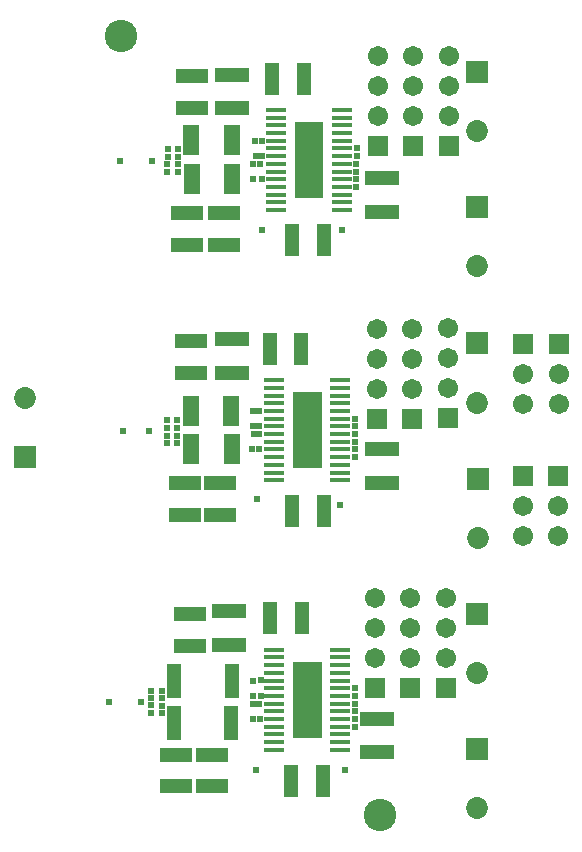
<source format=gts>
G04 Layer_Color=8388736*
%FSLAX25Y25*%
%MOIN*%
G70*
G01*
G75*
%ADD31C,0.02400*%
%ADD37R,0.06850X0.01732*%
%ADD38R,0.05721X0.09855*%
%ADD39R,0.11706X0.05013*%
%ADD40R,0.04973X0.11509*%
%ADD41R,0.05131X0.11036*%
%ADD42R,0.11036X0.05131*%
%ADD43C,0.06706*%
%ADD44R,0.06706X0.06706*%
%ADD45R,0.07296X0.07296*%
%ADD46C,0.07296*%
%ADD47C,0.10800*%
G36*
X429724Y152383D02*
X420276D01*
Y177816D01*
X429724D01*
Y152383D01*
D02*
G37*
G36*
Y242183D02*
X420276D01*
Y267617D01*
X429724D01*
Y242183D01*
D02*
G37*
G36*
X430324Y332283D02*
X420876D01*
Y357716D01*
X430324D01*
Y332283D01*
D02*
G37*
D31*
X440761Y168939D02*
D03*
X440779Y166379D02*
D03*
Y163821D02*
D03*
X440739Y161261D02*
D03*
X440702Y158702D02*
D03*
X440743Y156143D02*
D03*
X407700Y141700D02*
D03*
X437400D02*
D03*
X369500Y164400D02*
D03*
X440939Y258739D02*
D03*
X440979Y256179D02*
D03*
X440920Y253621D02*
D03*
X440861Y251061D02*
D03*
X440798Y248502D02*
D03*
X440843Y245943D02*
D03*
X408100Y232100D02*
D03*
X436000Y230100D02*
D03*
X408820Y256179D02*
D03*
X372300Y254600D02*
D03*
X358800Y164300D02*
D03*
X363400Y254500D02*
D03*
X441439Y348839D02*
D03*
X441379Y346280D02*
D03*
X441280Y343721D02*
D03*
X441261Y341161D02*
D03*
X441298Y338602D02*
D03*
X441343Y336043D02*
D03*
X409700Y321500D02*
D03*
X436500D02*
D03*
X373200Y344600D02*
D03*
X362500D02*
D03*
X409802Y351398D02*
D03*
X409780Y346280D02*
D03*
X409802Y338602D02*
D03*
X409320Y343721D02*
D03*
X378100Y258200D02*
D03*
X381400D02*
D03*
Y255600D02*
D03*
X378100D02*
D03*
X381400Y253100D02*
D03*
X378100D02*
D03*
X381500Y250500D02*
D03*
X378200D02*
D03*
X381800Y348500D02*
D03*
X381900Y346000D02*
D03*
X382000Y343500D02*
D03*
Y340900D02*
D03*
X378400Y348500D02*
D03*
Y346000D02*
D03*
X378300Y343500D02*
D03*
Y340900D02*
D03*
X376500Y167900D02*
D03*
Y165500D02*
D03*
Y163100D02*
D03*
Y160700D02*
D03*
X373000Y167900D02*
D03*
Y165500D02*
D03*
Y163200D02*
D03*
Y160800D02*
D03*
X406902Y171498D02*
D03*
X406820Y166379D02*
D03*
Y163821D02*
D03*
X407602Y351398D02*
D03*
X407721Y346280D02*
D03*
X406802Y338602D02*
D03*
X406779Y343721D02*
D03*
X407000Y158750D02*
D03*
X409300Y158702D02*
D03*
X408920Y253621D02*
D03*
X407080D02*
D03*
X406920Y256179D02*
D03*
X408802Y261298D02*
D03*
X406998D02*
D03*
X408998Y248502D02*
D03*
X409400Y171600D02*
D03*
X409500Y166300D02*
D03*
X408779Y163821D02*
D03*
X406500Y248500D02*
D03*
D37*
X413976Y271534D02*
D03*
Y268975D02*
D03*
Y266416D02*
D03*
Y263857D02*
D03*
Y261298D02*
D03*
Y258739D02*
D03*
Y256179D02*
D03*
Y253621D02*
D03*
Y251061D02*
D03*
Y248502D02*
D03*
Y245943D02*
D03*
Y243384D02*
D03*
Y240825D02*
D03*
Y238266D02*
D03*
X436024D02*
D03*
Y240825D02*
D03*
Y243384D02*
D03*
Y245943D02*
D03*
Y248502D02*
D03*
Y251061D02*
D03*
Y253621D02*
D03*
Y256179D02*
D03*
Y258739D02*
D03*
Y261298D02*
D03*
Y263857D02*
D03*
Y266416D02*
D03*
Y268975D02*
D03*
Y271534D02*
D03*
X414576Y361634D02*
D03*
Y359075D02*
D03*
Y356516D02*
D03*
Y353957D02*
D03*
Y351398D02*
D03*
Y348839D02*
D03*
Y346280D02*
D03*
Y343721D02*
D03*
Y341161D02*
D03*
Y338602D02*
D03*
Y336043D02*
D03*
Y333484D02*
D03*
Y330925D02*
D03*
Y328366D02*
D03*
X436624D02*
D03*
Y330925D02*
D03*
Y333484D02*
D03*
Y336043D02*
D03*
Y338602D02*
D03*
Y341161D02*
D03*
Y343721D02*
D03*
Y346280D02*
D03*
Y348839D02*
D03*
Y351398D02*
D03*
Y353957D02*
D03*
Y356516D02*
D03*
Y359075D02*
D03*
Y361634D02*
D03*
X413976Y181734D02*
D03*
Y179175D02*
D03*
Y176616D02*
D03*
Y174057D02*
D03*
Y171498D02*
D03*
Y168939D02*
D03*
Y166379D02*
D03*
Y163821D02*
D03*
Y161261D02*
D03*
Y158702D02*
D03*
Y156143D02*
D03*
Y153584D02*
D03*
Y151025D02*
D03*
Y148466D02*
D03*
X436024D02*
D03*
Y151025D02*
D03*
Y153584D02*
D03*
Y156143D02*
D03*
Y158702D02*
D03*
Y161261D02*
D03*
Y163821D02*
D03*
Y166379D02*
D03*
Y168939D02*
D03*
Y171498D02*
D03*
Y174057D02*
D03*
Y176616D02*
D03*
Y179175D02*
D03*
Y181734D02*
D03*
D38*
X386109Y261400D02*
D03*
X399691D02*
D03*
X386209Y248800D02*
D03*
X399791D02*
D03*
X386317Y351500D02*
D03*
X399900D02*
D03*
X386417Y338700D02*
D03*
X400000D02*
D03*
D39*
X399700Y274070D02*
D03*
Y285330D02*
D03*
X449700Y237470D02*
D03*
Y248730D02*
D03*
X399900Y362170D02*
D03*
Y373430D02*
D03*
X449800Y327770D02*
D03*
Y339030D02*
D03*
X399000Y183270D02*
D03*
Y194530D02*
D03*
X448300Y147570D02*
D03*
Y158830D02*
D03*
D40*
X380582Y171300D02*
D03*
X399700D02*
D03*
X380441Y157400D02*
D03*
X399559D02*
D03*
D41*
X423015Y281900D02*
D03*
X412385D02*
D03*
X430615Y228000D02*
D03*
X419985D02*
D03*
X423815Y372000D02*
D03*
X413185D02*
D03*
X430615Y318400D02*
D03*
X419985D02*
D03*
X423115Y192200D02*
D03*
X412485D02*
D03*
X430115Y138000D02*
D03*
X419485D02*
D03*
D42*
X396000Y226685D02*
D03*
Y237315D02*
D03*
X384200D02*
D03*
Y226685D02*
D03*
X386300Y273985D02*
D03*
Y284615D02*
D03*
X384900Y316785D02*
D03*
Y327415D02*
D03*
X397100D02*
D03*
Y316785D02*
D03*
X386600Y362285D02*
D03*
Y372915D02*
D03*
X393200Y136185D02*
D03*
Y146815D02*
D03*
X381100D02*
D03*
Y136185D02*
D03*
X385800Y182985D02*
D03*
Y193615D02*
D03*
D43*
X471200Y199100D02*
D03*
Y189100D02*
D03*
Y179100D02*
D03*
X459300Y199100D02*
D03*
Y189100D02*
D03*
Y179100D02*
D03*
X447500Y199100D02*
D03*
Y189100D02*
D03*
Y179100D02*
D03*
X471900Y288900D02*
D03*
Y278900D02*
D03*
Y268900D02*
D03*
X496800Y273800D02*
D03*
Y263800D02*
D03*
X508700Y273800D02*
D03*
Y263800D02*
D03*
X496700Y229500D02*
D03*
Y219500D02*
D03*
X508600Y229500D02*
D03*
Y219500D02*
D03*
X460000Y288800D02*
D03*
Y278800D02*
D03*
Y268800D02*
D03*
X448100Y288800D02*
D03*
Y278800D02*
D03*
Y268800D02*
D03*
X472100Y379600D02*
D03*
Y369600D02*
D03*
Y359600D02*
D03*
X460300Y379600D02*
D03*
Y369600D02*
D03*
Y359600D02*
D03*
X448500Y379600D02*
D03*
Y369600D02*
D03*
Y359600D02*
D03*
D44*
X471200Y169100D02*
D03*
X459300D02*
D03*
X447500D02*
D03*
X471900Y258900D02*
D03*
X496800Y283800D02*
D03*
X508700D02*
D03*
X496700Y239500D02*
D03*
X508600D02*
D03*
X460000Y258800D02*
D03*
X448100D02*
D03*
X472100Y349600D02*
D03*
X460300D02*
D03*
X448500D02*
D03*
D45*
X330800Y245957D02*
D03*
X481600Y148742D02*
D03*
Y193642D02*
D03*
X481500Y283842D02*
D03*
X481700Y238643D02*
D03*
X481600Y329242D02*
D03*
Y374342D02*
D03*
D46*
X330800Y265642D02*
D03*
X481600Y129058D02*
D03*
Y173958D02*
D03*
X481500Y264158D02*
D03*
X481700Y218957D02*
D03*
X481600Y309558D02*
D03*
Y354658D02*
D03*
D47*
X449100Y126500D02*
D03*
X362700Y386300D02*
D03*
M02*

</source>
